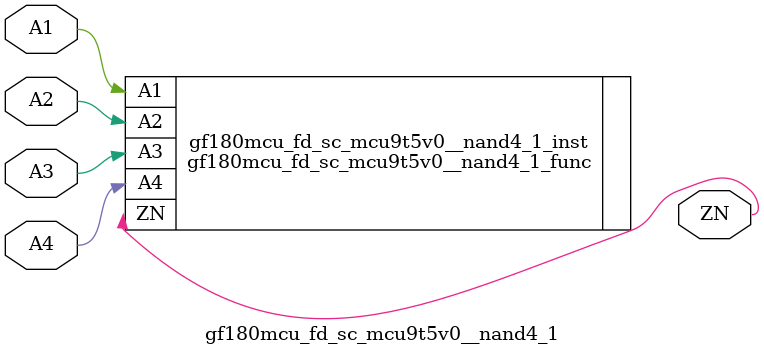
<source format=v>

module gf180mcu_fd_sc_mcu9t5v0__nand4_1( A4, ZN, A3, A2, A1 );
input A1, A2, A3, A4;
output ZN;

   `ifdef FUNCTIONAL  //  functional //

	gf180mcu_fd_sc_mcu9t5v0__nand4_1_func gf180mcu_fd_sc_mcu9t5v0__nand4_1_behav_inst(.A4(A4),.ZN(ZN),.A3(A3),.A2(A2),.A1(A1));

   `else

	gf180mcu_fd_sc_mcu9t5v0__nand4_1_func gf180mcu_fd_sc_mcu9t5v0__nand4_1_inst(.A4(A4),.ZN(ZN),.A3(A3),.A2(A2),.A1(A1));

	// spec_gates_begin


	// spec_gates_end



   specify

	// specify_block_begin

	// comb arc A1 --> ZN
	 (A1 => ZN) = (1.0,1.0);

	// comb arc A2 --> ZN
	 (A2 => ZN) = (1.0,1.0);

	// comb arc A3 --> ZN
	 (A3 => ZN) = (1.0,1.0);

	// comb arc A4 --> ZN
	 (A4 => ZN) = (1.0,1.0);

	// specify_block_end

   endspecify

   `endif

endmodule

</source>
